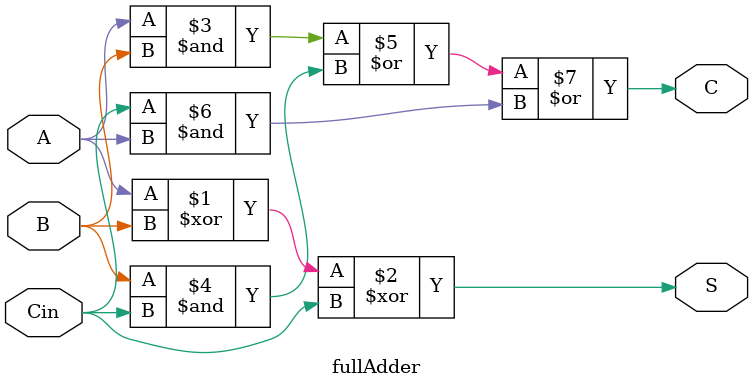
<source format=v>
`timescale 1ns / 1ps


module fullAdder(S,C,A,B,Cin);
input A,B,Cin;
output S,C;
assign S = A ^ B ^ Cin;
assign C = A & B | B & Cin | Cin & A;
endmodule

</source>
